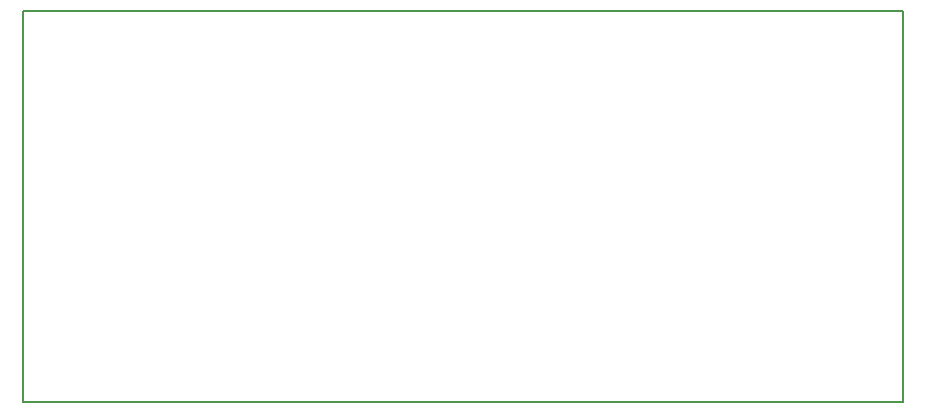
<source format=gm1>
G04*
G04 #@! TF.GenerationSoftware,Altium Limited,Altium Designer,20.0.13 (296)*
G04*
G04 Layer_Color=128*
%FSLAX25Y25*%
%MOIN*%
G70*
G01*
G75*
%ADD31C,0.00787*%
D31*
X0Y130315D02*
X293307D01*
Y0D02*
Y130315D01*
X0Y0D02*
X293307D01*
X0D02*
Y130315D01*
M02*

</source>
